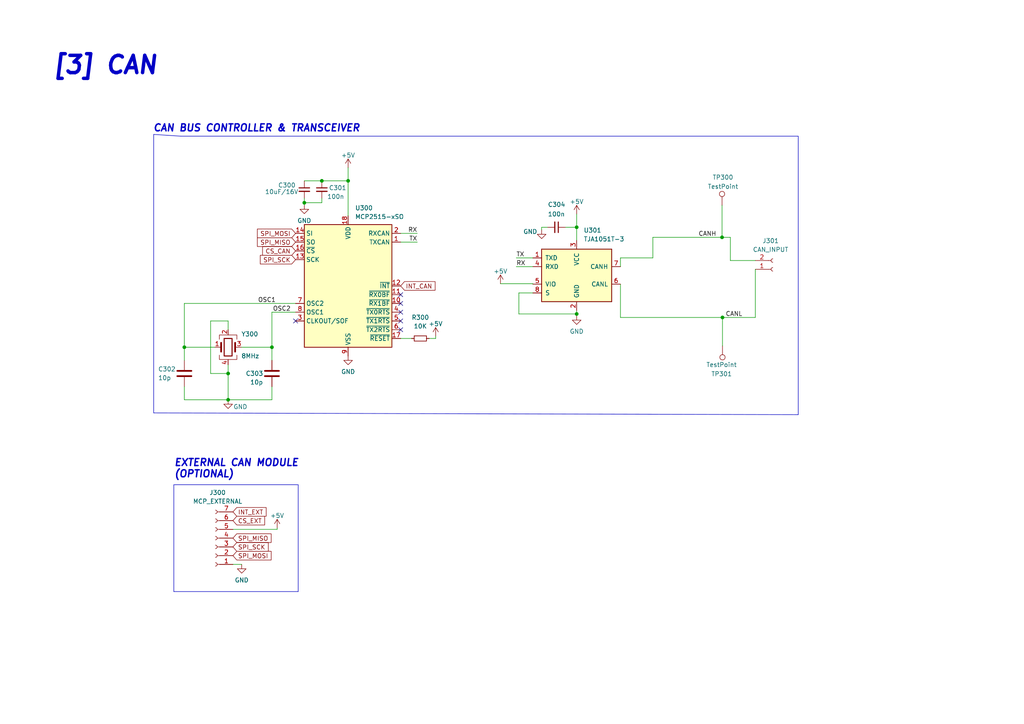
<source format=kicad_sch>
(kicad_sch (version 20230121) (generator eeschema)
  (paper "A4")
  (lib_symbols
    (symbol "Connector:Conn_01x02_Female" (pin_names (offset 1.016) hide)
      (property "Reference" "J" (at 0 2.54 0))
      (property "Value" "Conn_01x02_Female" (at 0 -5.08 0))
      (symbol "Conn_01x02_Female_1_1"
        (arc (start 0 -2.032) (mid -0.5058 -2.54) (end 0 -3.048) (stroke (width 0.1524)))
        (polyline (pts (xy -1.27 -2.54) (xy -0.508 -2.54)) (stroke (width 0.1524)))
        (polyline (pts (xy -1.27 0) (xy -0.508 0)) (stroke (width 0.1524)))
        (arc (start 0 0.508) (mid -0.5058 0) (end 0 -0.508) (stroke (width 0.1524)))
        (pin passive line (at -5.08 0 0) (length 3.81) (name "Pin_1") (number "1"))
        (pin passive line (at -5.08 -2.54 0) (length 3.81) (name "Pin_2") (number "2"))
      )
    )
    (symbol "Connector:Conn_01x07_Female" (pin_names (offset 1.016) hide)
      (property "Reference" "J" (at 0 10.16 0))
      (property "Value" "Conn_01x07_Female" (at 0 -10.16 0))
      (symbol "Conn_01x07_Female_1_1"
        (arc (start 0 -7.112) (mid -0.5058 -7.62) (end 0 -8.128) (stroke (width 0.1524)))
        (arc (start 0 -4.572) (mid -0.5058 -5.08) (end 0 -5.588) (stroke (width 0.1524)))
        (arc (start 0 -2.032) (mid -0.5058 -2.54) (end 0 -3.048) (stroke (width 0.1524)))
        (polyline (pts (xy -1.27 -7.62) (xy -0.508 -7.62)) (stroke (width 0.1524)))
        (polyline (pts (xy -1.27 -5.08) (xy -0.508 -5.08)) (stroke (width 0.1524)))
        (polyline (pts (xy -1.27 -2.54) (xy -0.508 -2.54)) (stroke (width 0.1524)))
        (polyline (pts (xy -1.27 0) (xy -0.508 0)) (stroke (width 0.1524)))
        (polyline (pts (xy -1.27 2.54) (xy -0.508 2.54)) (stroke (width 0.1524)))
        (polyline (pts (xy -1.27 5.08) (xy -0.508 5.08)) (stroke (width 0.1524)))
        (polyline (pts (xy -1.27 7.62) (xy -0.508 7.62)) (stroke (width 0.1524)))
        (arc (start 0 0.508) (mid -0.5058 0) (end 0 -0.508) (stroke (width 0.1524)))
        (arc (start 0 3.048) (mid -0.5058 2.54) (end 0 2.032) (stroke (width 0.1524)))
        (arc (start 0 5.588) (mid -0.5058 5.08) (end 0 4.572) (stroke (width 0.1524)))
        (arc (start 0 8.128) (mid -0.5058 7.62) (end 0 7.112) (stroke (width 0.1524)))
        (pin passive line (at -5.08 7.62 0) (length 3.81) (name "Pin_1") (number "1"))
        (pin passive line (at -5.08 5.08 0) (length 3.81) (name "Pin_2") (number "2"))
        (pin passive line (at -5.08 2.54 0) (length 3.81) (name "Pin_3") (number "3"))
        (pin passive line (at -5.08 0 0) (length 3.81) (name "Pin_4") (number "4"))
        (pin passive line (at -5.08 -2.54 0) (length 3.81) (name "Pin_5") (number "5"))
        (pin passive line (at -5.08 -5.08 0) (length 3.81) (name "Pin_6") (number "6"))
        (pin passive line (at -5.08 -7.62 0) (length 3.81) (name "Pin_7") (number "7"))
      )
    )
    (symbol "Connector:TestPoint" (pin_numbers hide) (pin_names (offset 0.762) hide)
      (property "Reference" "TP" (at 0 6.858 0))
      (property "Value" "TestPoint" (at 0 5.08 0))
      (symbol "TestPoint_0_1"
        (circle (center 0 3.302) (radius 0.762))
      )
      (symbol "TestPoint_1_1"
        (pin passive line (at 0 0 90) (length 2.54) (name "1") (number "1"))
      )
    )
    (symbol "Device:C" (pin_numbers hide) (pin_names (offset 0.254))
      (property "Reference" "C" (at 0.635 2.54 0))
      (property "Value" "C" (at 0.635 -2.54 0))
      (symbol "C_0_1"
        (polyline (pts (xy -2.032 -0.762) (xy 2.032 -0.762)) (stroke (width 0.508)))
        (polyline (pts (xy -2.032 0.762) (xy 2.032 0.762)) (stroke (width 0.508)))
      )
      (symbol "C_1_1"
        (pin passive line (at 0 3.81 270) (length 2.794) (name "~") (number "1"))
        (pin passive line (at 0 -3.81 90) (length 2.794) (name "~") (number "2"))
      )
    )
    (symbol "Device:C_Small" (pin_numbers hide) (pin_names (offset 0.254) hide)
      (property "Reference" "C" (at 0.254 1.778 0))
      (property "Value" "C_Small" (at 0.254 -2.032 0))
      (symbol "C_Small_0_1"
        (polyline (pts (xy -1.524 -0.508) (xy 1.524 -0.508)) (stroke (width 0.3302)))
        (polyline (pts (xy -1.524 0.508) (xy 1.524 0.508)) (stroke (width 0.3048)))
      )
      (symbol "C_Small_1_1"
        (pin passive line (at 0 2.54 270) (length 2.032) (name "~") (number "1"))
        (pin passive line (at 0 -2.54 90) (length 2.032) (name "~") (number "2"))
      )
    )
    (symbol "Device:Crystal_GND24" (pin_names (offset 1.016) hide)
      (property "Reference" "Y" (at 3.175 5.08 0))
      (property "Value" "Crystal_GND24" (at 3.175 3.175 0))
      (symbol "Crystal_GND24_0_1"
        (rectangle (start -1.143 2.54) (end 1.143 -2.54) (stroke (width 0.3048)))
        (polyline (pts (xy -2.54 0) (xy -2.032 0)))
        (polyline (pts (xy -2.032 -1.27) (xy -2.032 1.27)) (stroke (width 0.508)))
        (polyline (pts (xy 0 -3.81) (xy 0 -3.556)))
        (polyline (pts (xy 0 3.556) (xy 0 3.81)))
        (polyline (pts (xy 2.032 -1.27) (xy 2.032 1.27)) (stroke (width 0.508)))
        (polyline (pts (xy 2.032 0) (xy 2.54 0)))
        (polyline (pts (xy -2.54 -2.286) (xy -2.54 -3.556) (xy 2.54 -3.556) (xy 2.54 -2.286)))
        (polyline (pts (xy -2.54 2.286) (xy -2.54 3.556) (xy 2.54 3.556) (xy 2.54 2.286)))
      )
      (symbol "Crystal_GND24_1_1"
        (pin passive line (at -3.81 0 0) (length 1.27) (name "1") (number "1"))
        (pin passive line (at 0 5.08 270) (length 1.27) (name "2") (number "2"))
        (pin passive line (at 3.81 0 180) (length 1.27) (name "3") (number "3"))
        (pin passive line (at 0 -5.08 90) (length 1.27) (name "4") (number "4"))
      )
    )
    (symbol "Device:R_Small" (pin_numbers hide) (pin_names (offset 0.254) hide)
      (property "Reference" "R" (at 0.762 0.508 0))
      (property "Value" "R_Small" (at 0.762 -1.016 0))
      (symbol "R_Small_0_1"
        (rectangle (start -0.762 1.778) (end 0.762 -1.778) (stroke (width 0.2032)))
      )
      (symbol "R_Small_1_1"
        (pin passive line (at 0 2.54 270) (length 0.762) (name "~") (number "1"))
        (pin passive line (at 0 -2.54 90) (length 0.762) (name "~") (number "2"))
      )
    )
    (symbol "Interface_CAN_LIN:MCP2515-xSO"
      (property "Reference" "U" (at -10.16 19.685 0))
      (property "Value" "MCP2515-xSO" (at 19.05 20.32 0))
      (symbol "MCP2515-xSO_0_1"
        (rectangle (start -12.7 17.78) (end 12.7 -17.78) (stroke (width 0.254)) (fill (type background)))
      )
      (symbol "MCP2515-xSO_1_1"
        (pin output line (at 15.24 12.7 180) (length 2.54) (name "TXCAN") (number "1"))
        (pin output line (at 15.24 -5.08 180) (length 2.54) (name "~{RX1BF}") (number "10"))
        (pin output line (at 15.24 -2.54 180) (length 2.54) (name "~{RX0BF}") (number "11"))
        (pin output line (at 15.24 0 180) (length 2.54) (name "~{INT}") (number "12"))
        (pin input line (at -15.24 7.62 0) (length 2.54) (name "SCK") (number "13"))
        (pin input line (at -15.24 15.24 0) (length 2.54) (name "SI") (number "14"))
        (pin output line (at -15.24 12.7 0) (length 2.54) (name "SO") (number "15"))
        (pin input line (at -15.24 10.16 0) (length 2.54) (name "~{CS}") (number "16"))
        (pin input line (at 15.24 -15.24 180) (length 2.54) (name "~{RESET}") (number "17"))
        (pin power_in line (at 0 20.32 270) (length 2.54) (name "VDD") (number "18"))
        (pin input line (at 15.24 15.24 180) (length 2.54) (name "RXCAN") (number "2"))
        (pin output line (at -15.24 -10.16 0) (length 2.54) (name "CLKOUT/SOF") (number "3"))
        (pin input line (at 15.24 -7.62 180) (length 2.54) (name "~{TX0RTS}") (number "4"))
        (pin input line (at 15.24 -10.16 180) (length 2.54) (name "~{TX1RTS}") (number "5"))
        (pin input line (at 15.24 -12.7 180) (length 2.54) (name "~{TX2RTS}") (number "6"))
        (pin output line (at -15.24 -5.08 0) (length 2.54) (name "OSC2") (number "7"))
        (pin input line (at -15.24 -7.62 0) (length 2.54) (name "OSC1") (number "8"))
        (pin power_in line (at 0 -20.32 90) (length 2.54) (name "VSS") (number "9"))
      )
    )
    (symbol "Interface_CAN_LIN:TJA1051T-3" (pin_names (offset 1.016))
      (property "Reference" "U" (at -10.16 8.89 0))
      (property "Value" "TJA1051T-3" (at 1.27 8.89 0))
      (symbol "TJA1051T-3_0_1"
        (rectangle (start -10.16 7.62) (end 10.16 -7.62) (stroke (width 0.254)) (fill (type background)))
      )
      (symbol "TJA1051T-3_1_1"
        (pin input line (at -12.7 5.08 0) (length 2.54) (name "TXD") (number "1"))
        (pin power_in line (at 0 -10.16 90) (length 2.54) (name "GND") (number "2"))
        (pin power_in line (at 0 10.16 270) (length 2.54) (name "VCC") (number "3"))
        (pin output line (at -12.7 2.54 0) (length 2.54) (name "RXD") (number "4"))
        (pin power_in line (at -12.7 -2.54 0) (length 2.54) (name "VIO") (number "5"))
        (pin bidirectional line (at 12.7 -2.54 180) (length 2.54) (name "CANL") (number "6"))
        (pin bidirectional line (at 12.7 2.54 180) (length 2.54) (name "CANH") (number "7"))
        (pin input line (at -12.7 -5.08 0) (length 2.54) (name "S") (number "8"))
      )
    )
    (symbol "power:+5V" (power) (pin_names (offset 0))
      (property "Value" "+5V" (at 0 3.556 0))
      (symbol "+5V_0_1"
        (polyline (pts (xy -0.762 1.27) (xy 0 2.54)))
        (polyline (pts (xy 0 0) (xy 0 2.54)))
        (polyline (pts (xy 0 2.54) (xy 0.762 1.27)))
      )
      (symbol "+5V_1_1"
        (pin power_in line (at 0 0 90) (length 0) hide (name "+5V") (number "1"))
      )
    )
    (symbol "power:GND" (power) (pin_names (offset 0))
      (property "Value" "GND" (at 0 -3.81 0))
      (symbol "GND_0_1"
        (polyline (pts (xy 0 0) (xy 0 -1.27) (xy 1.27 -1.27) (xy 0 -2.54) (xy -1.27 -1.27) (xy 0 -1.27)))
      )
      (symbol "GND_1_1"
        (pin power_in line (at 0 0 270) (length 0) hide (name "GND") (number "1"))
      )
    )
  )
  (junction (at 78.867 100.711))
  (junction (at 53.467 100.711))
  (junction (at 93.345 52.451))
  (junction (at 66.167 108.331))
  (junction (at 100.965 52.451))
  (junction (at 167.259 65.913))
  (junction (at 209.55 92.075))
  (junction (at 167.259 91.059))
  (junction (at 88.265 58.801))
  (junction (at 209.423 68.834))
  (junction (at 66.167 115.951))
  (no_connect (at 116.205 90.551))
  (no_connect (at 116.205 95.631))
  (no_connect (at 85.725 93.091))
  (no_connect (at 116.205 93.091))
  (no_connect (at 116.205 88.011))
  (no_connect (at 116.205 85.471))
  (polyline (pts (xy 50.419 140.589) (xy 50.419 171.577)))
  (wire (pts (xy 219.075 75.565) (xy 211.836 75.565)))
  (wire (pts (xy 80.391 153.543) (xy 80.391 153.162)))
  (wire (pts (xy 179.959 82.423) (xy 179.959 92.075)))
  (wire (pts (xy 124.46 98.171) (xy 126.365 98.171)))
  (wire (pts (xy 211.836 75.565) (xy 211.836 68.834)))
  (polyline (pts (xy 231.521 39.497) (xy 231.521 120.269)))
  (wire (pts (xy 189.357 68.834) (xy 209.423 68.834)))
  (wire (pts (xy 66.167 105.791) (xy 66.167 108.331)))
  (polyline (pts (xy 52.451 39.497) (xy 231.521 39.497)))
  (wire (pts (xy 189.357 68.834) (xy 189.357 74.803)))
  (wire (pts (xy 209.55 92.075) (xy 209.55 100.33)))
  (wire (pts (xy 150.495 91.059) (xy 167.259 91.059)))
  (polyline (pts (xy 86.487 140.589) (xy 86.487 171.577)))
  (wire (pts (xy 67.564 153.543) (xy 80.391 153.543)))
  (wire (pts (xy 78.867 104.521) (xy 78.867 100.711)))
  (wire (pts (xy 167.259 62.103) (xy 167.259 65.913)))
  (wire (pts (xy 149.733 77.343) (xy 154.559 77.343)))
  (wire (pts (xy 167.259 91.059) (xy 167.259 90.043)))
  (wire (pts (xy 167.259 91.567) (xy 167.259 91.059)))
  (wire (pts (xy 116.205 70.231) (xy 121.031 70.231)))
  (wire (pts (xy 66.167 108.331) (xy 66.167 115.951)))
  (wire (pts (xy 61.087 108.331) (xy 66.167 108.331)))
  (wire (pts (xy 93.345 57.531) (xy 93.345 58.801)))
  (polyline (pts (xy 86.487 171.577) (xy 50.419 171.577)))
  (wire (pts (xy 179.959 74.803) (xy 179.959 77.343)))
  (wire (pts (xy 163.957 65.913) (xy 167.259 65.913)))
  (wire (pts (xy 53.467 88.011) (xy 85.725 88.011)))
  (wire (pts (xy 179.959 92.075) (xy 209.55 92.075)))
  (wire (pts (xy 93.345 52.451) (xy 100.965 52.451)))
  (wire (pts (xy 150.495 84.963) (xy 154.559 84.963)))
  (wire (pts (xy 150.495 91.059) (xy 150.495 84.963)))
  (wire (pts (xy 61.087 93.091) (xy 61.087 108.331)))
  (wire (pts (xy 179.959 74.803) (xy 189.357 74.803)))
  (wire (pts (xy 88.265 57.531) (xy 88.265 58.801)))
  (wire (pts (xy 53.467 115.951) (xy 53.467 112.141)))
  (wire (pts (xy 158.877 65.913) (xy 157.099 65.913)))
  (wire (pts (xy 78.867 115.951) (xy 78.867 112.141)))
  (wire (pts (xy 116.205 98.171) (xy 119.38 98.171)))
  (wire (pts (xy 219.075 78.105) (xy 219.075 92.075)))
  (polyline (pts (xy 231.521 120.269) (xy 44.577 119.761)))
  (wire (pts (xy 66.167 93.091) (xy 61.087 93.091)))
  (wire (pts (xy 78.867 90.551) (xy 85.725 90.551)))
  (wire (pts (xy 53.467 115.951) (xy 66.167 115.951)))
  (wire (pts (xy 116.205 67.691) (xy 121.031 67.691)))
  (wire (pts (xy 78.867 90.551) (xy 78.867 100.711)))
  (wire (pts (xy 126.365 97.536) (xy 126.365 98.171)))
  (wire (pts (xy 211.836 68.834) (xy 209.423 68.834)))
  (wire (pts (xy 100.965 48.641) (xy 100.965 52.451)))
  (wire (pts (xy 88.265 58.801) (xy 88.265 59.436)))
  (wire (pts (xy 66.167 115.951) (xy 78.867 115.951)))
  (wire (pts (xy 67.564 163.703) (xy 70.104 163.703)))
  (wire (pts (xy 209.423 59.563) (xy 209.423 68.834)))
  (polyline (pts (xy 50.419 140.589) (xy 86.487 140.589)))
  (wire (pts (xy 88.265 58.801) (xy 93.345 58.801)))
  (wire (pts (xy 157.099 65.913) (xy 157.099 66.675)))
  (wire (pts (xy 100.965 52.451) (xy 100.965 62.611)))
  (wire (pts (xy 53.467 100.711) (xy 62.357 100.711)))
  (wire (pts (xy 154.559 82.296) (xy 154.559 82.423)))
  (polyline (pts (xy 44.577 38.989) (xy 52.451 39.497)))
  (polyline (pts (xy 44.577 119.761) (xy 44.577 38.989)))
  (wire (pts (xy 145.161 82.296) (xy 154.559 82.296)))
  (wire (pts (xy 78.867 100.711) (xy 69.977 100.711)))
  (wire (pts (xy 53.467 88.011) (xy 53.467 100.711)))
  (wire (pts (xy 53.467 104.521) (xy 53.467 100.711)))
  (wire (pts (xy 66.167 95.631) (xy 66.167 93.091)))
  (wire (pts (xy 219.075 92.075) (xy 209.55 92.075)))
  (wire (pts (xy 167.259 65.913) (xy 167.259 69.723)))
  (wire (pts (xy 88.265 52.451) (xy 93.345 52.451)))
  (wire (pts (xy 154.559 74.803) (xy 149.733 74.803)))
  (text "EXTERNAL CAN MODULE\n(OPTIONAL)" (at 50.419 138.811 0) (effects (font (size 2.032 2.032) (thickness 0.4064) bold italic) (justify left bottom)))
  (text "[3] CAN" (at 14.986 21.971 0) (effects (font (size 5.0038 5.0038) (thickness 1.0008) bold italic) (justify left bottom)))
  (text "CAN BUS CONTROLLER & TRANSCEIVER" (at 44.323 38.481 0) (effects (font (size 2.032 2.032) bold italic) (justify left bottom)))
  (label "OSC2" (at 79.121 90.551 0))
  (label "TX" (at 149.733 74.803 0))
  (label "TX" (at 121.031 70.231 180))
  (label "RX" (at 121.031 67.691 180))
  (label "RX" (at 149.733 77.343 0))
  (label "CANL" (at 210.439 92.075 0))
  (label "OSC1" (at 74.803 88.011 0))
  (label "CANH" (at 202.565 68.834 0))
  (global_label "CS_CAN" (shape input) (at 85.725 72.771 180) (property "Intersheetrefs" "${INTERSHEET_REFS}" (effects hide)))
  (global_label "CS_EXT" (shape input) (at 67.564 151.003 0) (property "Intersheetrefs" "${INTERSHEET_REFS}" (effects hide)))
  (global_label "SPI_MOSI" (shape input) (at 67.564 161.163 0) (property "Intersheetrefs" "${INTERSHEET_REFS}" (effects hide)))
  (global_label "SPI_MOSI" (shape input) (at 85.725 67.691 180) (property "Intersheetrefs" "${INTERSHEET_REFS}" (effects hide)))
  (global_label "SPI_MISO" (shape input) (at 85.725 70.231 180) (property "Intersheetrefs" "${INTERSHEET_REFS}" (effects hide)))
  (global_label "SPI_MISO" (shape input) (at 67.564 156.083 0) (property "Intersheetrefs" "${INTERSHEET_REFS}" (effects hide)))
  (global_label "INT_CAN" (shape input) (at 116.205 82.931 0) (property "Intersheetrefs" "${INTERSHEET_REFS}" (effects hide)))
  (global_label "SPI_SCK" (shape input) (at 67.564 158.623 0) (property "Intersheetrefs" "${INTERSHEET_REFS}" (effects hide)))
  (global_label "INT_EXT" (shape input) (at 67.564 148.463 0) (property "Intersheetrefs" "${INTERSHEET_REFS}" (effects hide)))
  (global_label "SPI_SCK" (shape input) (at 85.725 75.311 180) (property "Intersheetrefs" "${INTERSHEET_REFS}" (effects hide)))
  (symbol (lib_id "Interface_CAN_LIN:TJA1051T-3") (at 167.259 79.883 0) (unit 1)
    (property "Reference" "U301" (at 169.2784 66.802 0) (effects (justify left)))
    (property "Value" "TJA1051T-3" (at 169.2784 69.342 0) (effects (justify left)))
    (property "Footprint" "Package_SO:SOIC-8_3.9x4.9mm_P1.27mm" (effects hide))
    (property "Datasheet" "http://www.nxp.com/documents/data_sheet/TJA1051.pdf" (effects hide))
    (property "LCSC" "C38695" (effects hide))
  )
  (symbol (lib_id "power:GND") (at 100.965 103.251 0) (unit 1)
    (property "Reference" "#PWR0133" (effects hide))
    (property "Value" "GND" (at 100.965 107.8135 0))
  )
  (symbol (lib_id "power:GND") (at 167.259 91.567 0) (unit 1)
    (property "Reference" "#PWR0131" (effects hide))
    (property "Value" "GND" (at 167.259 96.1295 0))
  )
  (symbol (lib_id "Connector:Conn_01x02_Female") (at 224.155 78.105 0) (mirror x) (unit 1)
    (property "Reference" "J301" (at 223.52 69.85 0))
    (property "Value" "CAN_INPUT" (at 223.52 72.39 0))
    (property "Footprint" "Connector_Phoenix_MSTB:PhoenixContact_MSTBA_2,5_2-G-5,08_1x02_P5.08mm_Horizontal" (effects hide))
  )
  (symbol (lib_id "power:GND") (at 88.265 59.436 0) (unit 1)
    (property "Reference" "#PWR0127" (effects hide))
    (property "Value" "GND" (at 88.265 63.9985 0))
  )
  (symbol (lib_id "power:+5V") (at 80.391 153.162 0) (unit 1)
    (property "Reference" "#PWR0125" (effects hide))
    (property "Value" "+5V" (at 80.391 149.5575 0))
  )
  (symbol (lib_id "Device:R_Small") (at 121.92 98.171 270) (unit 1)
    (property "Reference" "R300" (at 121.92 92.075 90))
    (property "Value" "10K" (at 121.92 94.615 90))
    (property "Footprint" "Resistor_SMD:R_0603_1608Metric" (effects hide))
    (property "LCSC" "C25804" (effects hide))
  )
  (symbol (lib_id "Connector:Conn_01x07_Female") (at 62.484 156.083 180) (unit 1)
    (property "Reference" "J300" (at 63.119 142.875 0))
    (property "Value" "MCP_EXTERNAL" (at 63.119 145.415 0))
    (property "Footprint" "Connector_PinHeader_2.54mm:PinHeader_1x07_P2.54mm_Vertical" (effects hide))
  )
  (symbol (lib_id "power:+5V") (at 126.365 97.536 0) (unit 1)
    (property "Reference" "#PWR0132" (effects hide))
    (property "Value" "+5V" (at 126.365 93.9315 0))
  )
  (symbol (lib_id "Device:C_Small") (at 161.417 65.913 270) (unit 1)
    (property "Reference" "C304" (at 158.877 59.3279 90) (effects (justify left)))
    (property "Value" "100n" (at 158.877 62.103 90) (effects (justify left)))
    (property "Footprint" "Capacitor_SMD:C_0402_1005Metric" (effects hide))
    (property "LCSC" "C1525" (effects hide))
  )
  (symbol (lib_id "Device:C") (at 78.867 108.331 0) (unit 1)
    (property "Reference" "C303" (at 71.247 108.331 0) (effects (justify left)))
    (property "Value" "10p" (at 72.517 110.871 0) (effects (justify left)))
    (property "Footprint" "Capacitor_SMD:C_0402_1005Metric" (effects hide))
    (property "LCSC" "C32949" (effects hide))
  )
  (symbol (lib_id "Connector:TestPoint") (at 209.55 100.33 180) (unit 1)
    (property "Reference" "TP301" (at 212.344 108.458 0) (effects (justify left)))
    (property "Value" "TestPoint" (at 213.741 105.791 0) (effects (justify left)))
    (property "Footprint" "TestPoint:TestPoint_Pad_D2.0mm" (effects hide))
  )
  (symbol (lib_id "power:GND") (at 157.099 66.675 0) (unit 1)
    (property "Reference" "#PWR0123" (effects hide))
    (property "Value" "GND" (at 153.797 67.183 0))
  )
  (symbol (lib_id "Device:C_Small") (at 93.345 54.991 0) (unit 1)
    (property "Reference" "C301" (at 95.377 54.483 0) (effects (justify left)))
    (property "Value" "100n" (at 94.869 57.023 0) (effects (justify left)))
    (property "Footprint" "Capacitor_SMD:C_0402_1005Metric" (effects hide))
    (property "LCSC" "C1525" (effects hide))
  )
  (symbol (lib_id "power:GND") (at 70.104 163.703 0) (unit 1)
    (property "Reference" "#PWR0126" (effects hide))
    (property "Value" "GND" (at 70.104 168.2655 0))
  )
  (symbol (lib_id "Interface_CAN_LIN:MCP2515-xSO") (at 100.965 82.931 0) (unit 1)
    (property "Reference" "U300" (at 102.9844 60.325 0) (effects (justify left)))
    (property "Value" "MCP2515-xSO" (at 102.9844 62.865 0) (effects (justify left)))
    (property "Footprint" "Package_SO:SOIC-18W_7.5x11.6mm_P1.27mm" (effects hide))
    (property "Datasheet" "http://ww1.microchip.com/downloads/en/DeviceDoc/21801e.pdf" (effects hide))
    (property "LCSC" "C12368" (effects hide))
  )
  (symbol (lib_id "power:GND") (at 66.167 115.951 0) (unit 1)
    (property "Reference" "#PWR0124" (effects hide))
    (property "Value" "GND" (at 69.723 117.983 0))
  )
  (symbol (lib_id "Connector:TestPoint") (at 209.423 59.563 0) (unit 1)
    (property "Reference" "TP300" (at 206.629 51.435 0) (effects (justify left)))
    (property "Value" "TestPoint" (at 205.232 54.102 0) (effects (justify left)))
    (property "Footprint" "TestPoint:TestPoint_Pad_D2.0mm" (effects hide))
  )
  (symbol (lib_id "Device:Crystal_GND24") (at 66.167 100.711 0) (unit 1)
    (property "Reference" "Y300" (at 69.977 96.901 0) (effects (justify left)))
    (property "Value" "8MHz" (at 69.977 103.251 0) (effects (justify left)))
    (property "Footprint" "Crystal:Crystal_SMD_3225-4Pin_3.2x2.5mm" (effects hide))
    (property "LCSC" "C400090" (effects hide))
  )
  (symbol (lib_id "power:+5V") (at 145.161 82.296 0) (unit 1)
    (property "Reference" "#PWR0129" (effects hide))
    (property "Value" "+5V" (at 145.161 78.6915 0))
  )
  (symbol (lib_id "power:+5V") (at 100.965 48.641 0) (unit 1)
    (property "Reference" "#PWR0128" (effects hide))
    (property "Value" "+5V" (at 100.965 45.0365 0))
  )
  (symbol (lib_id "power:+5V") (at 167.259 62.103 0) (unit 1)
    (property "Reference" "#PWR0130" (effects hide))
    (property "Value" "+5V" (at 167.259 58.4985 0))
  )
  (symbol (lib_id "Device:C_Small") (at 88.265 54.991 0) (unit 1)
    (property "Reference" "C300" (at 80.645 53.721 0) (effects (justify left)))
    (property "Value" "10uF/16V" (at 76.835 55.626 0) (effects (justify left)))
    (property "Footprint" "Capacitor_SMD:C_0603_1608Metric" (effects hide))
    (property "LCSC" "C19702" (effects hide))
  )
  (symbol (lib_id "Device:C") (at 53.467 108.331 0) (unit 1)
    (property "Reference" "C302" (at 45.847 107.061 0) (effects (justify left)))
    (property "Value" "10p" (at 45.847 109.601 0) (effects (justify left)))
    (property "Footprint" "Capacitor_SMD:C_0402_1005Metric" (effects hide))
    (property "LCSC" "C32949" (effects hide))
  )
)
</source>
